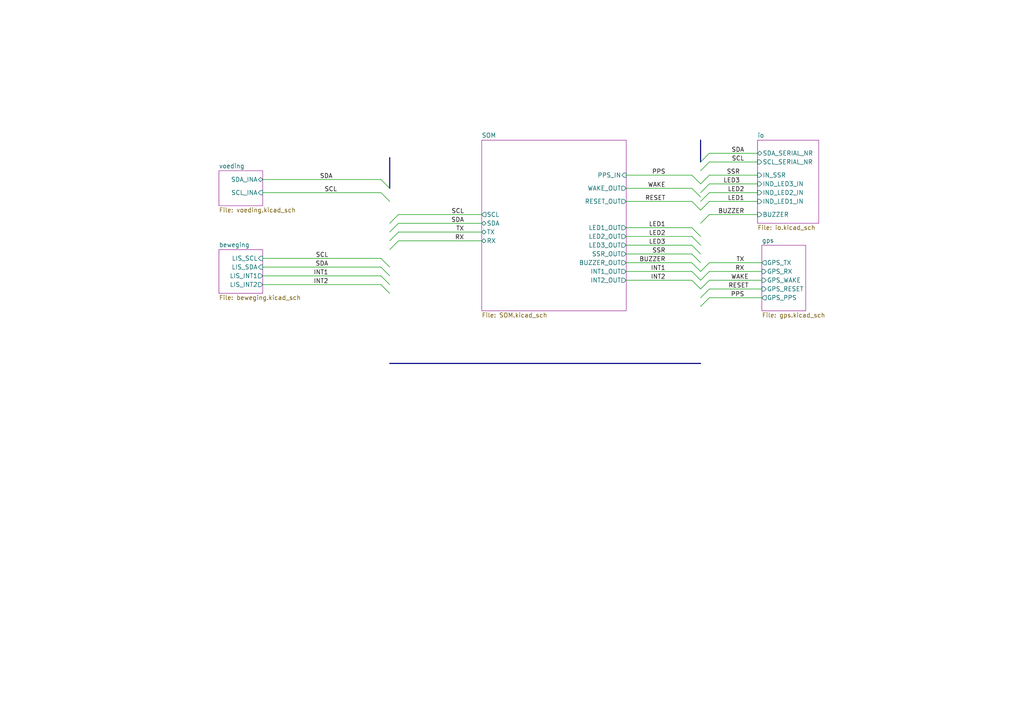
<source format=kicad_sch>
(kicad_sch (version 20210126) (generator eeschema)
  (paper "A4")
  (lib_symbols)
  (bus_entry (at 110.49 52.07) (size 2.54 2.54) (stroke (width 0.1524)))
  (bus_entry (at 110.49 55.88) (size 2.54 2.54) (stroke (width 0.1524)))
  (bus_entry (at 110.49 74.93) (size 2.54 2.54) (stroke (width 0.1524)))
  (bus_entry (at 110.49 77.47) (size 2.54 2.54) (stroke (width 0.1524)))
  (bus_entry (at 110.49 80.01) (size 2.54 2.54) (stroke (width 0.1524)))
  (bus_entry (at 110.49 82.55) (size 2.54 2.54) (stroke (width 0.1524)))
  (bus_entry (at 113.03 64.77) (size 2.54 -2.54) (stroke (width 0.1524)))
  (bus_entry (at 113.03 67.31) (size 2.54 -2.54) (stroke (width 0.1524)))
  (bus_entry (at 113.03 69.85) (size 2.54 -2.54) (stroke (width 0.1524)))
  (bus_entry (at 113.03 72.39) (size 2.54 -2.54) (stroke (width 0.1524)))
  (bus_entry (at 200.66 50.8) (size 2.54 2.54) (stroke (width 0.1524)))
  (bus_entry (at 200.66 54.61) (size 2.54 2.54) (stroke (width 0.1524)))
  (bus_entry (at 200.66 58.42) (size 2.54 2.54) (stroke (width 0.1524)))
  (bus_entry (at 200.66 66.04) (size 2.54 2.54) (stroke (width 0.1524)))
  (bus_entry (at 200.66 68.58) (size 2.54 2.54) (stroke (width 0.1524)))
  (bus_entry (at 200.66 71.12) (size 2.54 2.54) (stroke (width 0.1524)))
  (bus_entry (at 200.66 73.66) (size 2.54 2.54) (stroke (width 0.1524)))
  (bus_entry (at 200.66 76.2) (size 2.54 2.54) (stroke (width 0.1524)))
  (bus_entry (at 200.66 78.74) (size 2.54 2.54) (stroke (width 0.1524)))
  (bus_entry (at 200.66 81.28) (size 2.54 2.54) (stroke (width 0.1524)))
  (bus_entry (at 203.2 46.99) (size 2.54 -2.54) (stroke (width 0.1524)))
  (bus_entry (at 203.2 49.53) (size 2.54 -2.54) (stroke (width 0.1524)))
  (bus_entry (at 203.2 53.34) (size 2.54 -2.54) (stroke (width 0.1524)))
  (bus_entry (at 203.2 55.88) (size 2.54 -2.54) (stroke (width 0.1524)))
  (bus_entry (at 203.2 58.42) (size 2.54 -2.54) (stroke (width 0.1524)))
  (bus_entry (at 203.2 60.96) (size 2.54 -2.54) (stroke (width 0.1524)))
  (bus_entry (at 203.2 64.77) (size 2.54 -2.54) (stroke (width 0.1524)))
  (bus_entry (at 203.2 78.74) (size 2.54 -2.54) (stroke (width 0.1524)))
  (bus_entry (at 203.2 81.28) (size 2.54 -2.54) (stroke (width 0.1524)))
  (bus_entry (at 203.2 83.82) (size 2.54 -2.54) (stroke (width 0.1524)))
  (bus_entry (at 203.2 86.36) (size 2.54 -2.54) (stroke (width 0.1524)))
  (bus_entry (at 203.2 88.9) (size 2.54 -2.54) (stroke (width 0.1524)))
  (wire (pts (xy 76.2 52.07) (xy 110.49 52.07)))
  (wire (pts (xy 76.2 55.88) (xy 110.49 55.88)))
  (wire (pts (xy 76.2 74.93) (xy 110.49 74.93)))
  (wire (pts (xy 76.2 77.47) (xy 110.49 77.47)))
  (wire (pts (xy 76.2 80.01) (xy 110.49 80.01)))
  (wire (pts (xy 76.2 82.55) (xy 110.49 82.55)))
  (wire (pts (xy 115.57 62.23) (xy 139.7 62.23)))
  (wire (pts (xy 115.57 64.77) (xy 139.7 64.77)))
  (wire (pts (xy 115.57 67.31) (xy 139.7 67.31)))
  (wire (pts (xy 115.57 69.85) (xy 139.7 69.85)))
  (wire (pts (xy 181.61 50.8) (xy 200.66 50.8)))
  (wire (pts (xy 181.61 54.61) (xy 200.66 54.61)))
  (wire (pts (xy 181.61 58.42) (xy 200.66 58.42)))
  (wire (pts (xy 181.61 66.04) (xy 200.66 66.04)))
  (wire (pts (xy 181.61 68.58) (xy 200.66 68.58)))
  (wire (pts (xy 181.61 71.12) (xy 200.66 71.12)))
  (wire (pts (xy 181.61 73.66) (xy 200.66 73.66)))
  (wire (pts (xy 181.61 76.2) (xy 200.66 76.2)))
  (wire (pts (xy 181.61 78.74) (xy 200.66 78.74)))
  (wire (pts (xy 181.61 81.28) (xy 200.66 81.28)))
  (wire (pts (xy 205.74 44.45) (xy 219.71 44.45)))
  (wire (pts (xy 205.74 46.99) (xy 219.71 46.99)))
  (wire (pts (xy 205.74 50.8) (xy 219.71 50.8)))
  (wire (pts (xy 205.74 53.34) (xy 219.71 53.34)))
  (wire (pts (xy 205.74 55.88) (xy 219.71 55.88)))
  (wire (pts (xy 205.74 58.42) (xy 219.71 58.42)))
  (wire (pts (xy 205.74 62.23) (xy 219.71 62.23)))
  (wire (pts (xy 205.74 76.2) (xy 220.98 76.2)))
  (wire (pts (xy 205.74 78.74) (xy 220.98 78.74)))
  (wire (pts (xy 205.74 81.28) (xy 220.98 81.28)))
  (wire (pts (xy 205.74 83.82) (xy 220.98 83.82)))
  (wire (pts (xy 205.74 86.36) (xy 220.98 86.36)))
  (bus (pts (xy 113.03 45.72) (xy 113.03 105.41)))
  (bus (pts (xy 113.03 105.41) (xy 203.2 105.41)))
  (bus (pts (xy 203.2 40.64) (xy 203.2 105.41)))
  (label "SCL" (at 95.25 74.93 180))
  (label "SDA" (at 95.25 77.47 180))
  (label "INT1" (at 95.25 80.01 180))
  (label "INT2" (at 95.25 82.55 180))
  (label "SDA" (at 96.52 52.07 180))
  (label "SCL" (at 97.79 55.88 180))
  (label "SCL" (at 134.62 62.23 180))
  (label "SDA" (at 134.62 64.77 180))
  (label "TX" (at 134.62 67.31 180))
  (label "RX" (at 134.62 69.85 180))
  (label "PPS" (at 193.04 50.8 180))
  (label "WAKE" (at 193.04 54.61 180))
  (label "RESET" (at 193.04 58.42 180))
  (label "LED1" (at 193.04 66.04 180))
  (label "LED2" (at 193.04 68.58 180))
  (label "LED3" (at 193.04 71.12 180))
  (label "SSR" (at 193.04 73.66 180))
  (label "BUZZER" (at 193.04 76.2 180))
  (label "INT1" (at 193.04 78.74 180))
  (label "INT2" (at 193.04 81.28 180))
  (label "SSR" (at 214.63 50.8 180))
  (label "LED3" (at 214.63 53.34 180))
  (label "SDA" (at 215.9 44.45 180))
  (label "SCL" (at 215.9 46.99 180))
  (label "LED2" (at 215.9 55.88 180))
  (label "LED1" (at 215.9 58.42 180))
  (label "BUZZER" (at 215.9 62.23 180))
  (label "TX" (at 215.9 76.2 180))
  (label "RX" (at 215.9 78.74 180))
  (label "PPS" (at 215.9 86.36 180))
  (label "WAKE" (at 217.17 81.28 180))
  (label "RESET" (at 217.17 83.82 180))
  (sheet (at 139.7 40.64) (size 41.91 49.53) (stroke (width 0.0006) (color 132 0 132 1)) (fill (color 255 255 255 0.0000))
    (property "Sheet name" "SOM" (at 139.7 40.0043 0) (effects (justify left bottom)))
    (property "Sheet file" "SOM.kicad_sch" (at 139.7 90.6787 0) (effects (justify left top)))
    (pin "SCL" output (at 139.7 62.23 180))
    (pin "SDA" bidirectional (at 139.7 64.77 180))
    (pin "TX" bidirectional (at 139.7 67.31 180))
    (pin "RX" bidirectional (at 139.7 69.85 180))
    (pin "LED1_OUT" output (at 181.61 66.04 0))
    (pin "BUZZER_OUT" output (at 181.61 76.2 0))
    (pin "LED2_OUT" output (at 181.61 68.58 0))
    (pin "LED3_OUT" output (at 181.61 71.12 0))
    (pin "SSR_OUT" output (at 181.61 73.66 0))
    (pin "INT1_OUT" output (at 181.61 78.74 0))
    (pin "INT2_OUT" output (at 181.61 81.28 0))
    (pin "RESET_OUT" output (at 181.61 58.42 0))
    (pin "WAKE_OUT" output (at 181.61 54.61 0))
    (pin "PPS_IN" input (at 181.61 50.8 0))
  )
  (sheet (at 63.5 72.39) (size 12.7 12.7) (stroke (width 0.0006) (color 132 0 132 1)) (fill (color 255 255 255 0.0000))
    (property "Sheet name" "beweging" (at 63.5 71.7543 0) (effects (justify left bottom)))
    (property "Sheet file" "beweging.kicad_sch" (at 63.5 85.5987 0) (effects (justify left top)))
    (pin "LIS_SCL" input (at 76.2 74.93 0))
    (pin "LIS_INT1" output (at 76.2 80.01 0))
    (pin "LIS_SDA" input (at 76.2 77.47 0))
    (pin "LIS_INT2" output (at 76.2 82.55 0))
  )
  (sheet (at 220.98 71.12) (size 12.7 19.05) (stroke (width 0.0006) (color 132 0 132 1)) (fill (color 255 255 255 0.0000))
    (property "Sheet name" "gps" (at 220.98 70.4843 0) (effects (justify left bottom)))
    (property "Sheet file" "gps.kicad_sch" (at 220.98 90.6787 0) (effects (justify left top)))
    (pin "GPS_TX" output (at 220.98 76.2 180))
    (pin "GPS_RESET" input (at 220.98 83.82 180))
    (pin "GPS_PPS" output (at 220.98 86.36 180))
    (pin "GPS_RX" input (at 220.98 78.74 180))
    (pin "GPS_WAKE" input (at 220.98 81.28 180))
  )
  (sheet (at 219.71 40.64) (size 17.78 24.13) (stroke (width 0.0006) (color 132 0 132 1)) (fill (color 255 255 255 0.0000))
    (property "Sheet name" "io" (at 219.71 40.0043 0) (effects (justify left bottom)))
    (property "Sheet file" "io.kicad_sch" (at 219.71 65.2787 0) (effects (justify left top)))
    (pin "SDA_SERIAL_NR" bidirectional (at 219.71 44.45 180))
    (pin "SCL_SERIAL_NR" input (at 219.71 46.99 180))
    (pin "IN_SSR" input (at 219.71 50.8 180))
    (pin "IND_LED2_IN" input (at 219.71 55.88 180))
    (pin "IND_LED3_IN" input (at 219.71 53.34 180))
    (pin "IND_LED1_IN" input (at 219.71 58.42 180))
    (pin "BUZZER" input (at 219.71 62.23 180))
  )
  (sheet (at 63.5 49.53) (size 12.7 10.16) (stroke (width 0.0006) (color 132 0 132 1)) (fill (color 255 255 255 0.0000))
    (property "Sheet name" "voeding" (at 63.5 48.8943 0) (effects (justify left bottom)))
    (property "Sheet file" "voeding.kicad_sch" (at 63.5 60.1987 0) (effects (justify left top)))
    (pin "SDA_INA" bidirectional (at 76.2 52.07 0))
    (pin "SCL_INA" input (at 76.2 55.88 0))
  )
)
</source>
